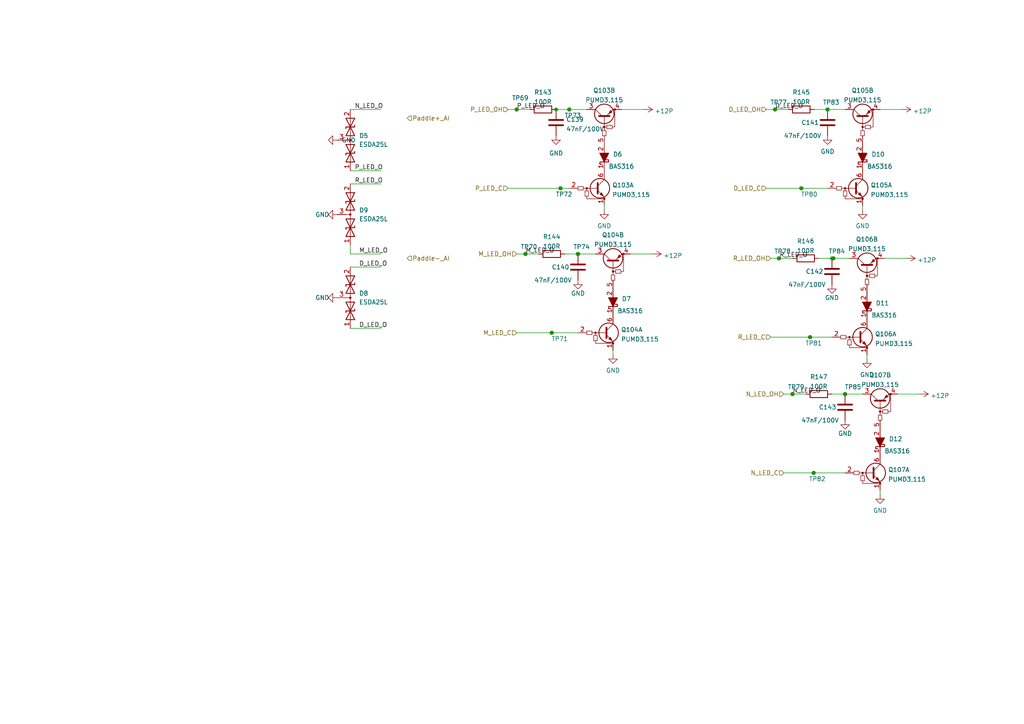
<source format=kicad_sch>
(kicad_sch (version 20211123) (generator eeschema)
  (paper "A4")
  (title_block (title "SX7H SHIFER MIAN SCH") (date "2022-07-18") (rev "V03") (company "宁波正朗汽车零部件有限公司") (comment 1 "批准:") (comment 2 "校准：") (comment 3 "设计：Ethan"))
  (lib_symbols
    (symbol "C_6" (pin_numbers hide) (pin_names (offset 0.254))
      (property "Reference" "C" (at 0.635 2.54 0))
      (property "Value" "C_6" (at 0.635 -2.54 0))
      (symbol "C_6_0_1"
        (polyline (pts (xy -2.032 -0.762) (xy 2.032 -0.762)) (stroke (width 0.508)))
        (polyline (pts (xy -2.032 0.762) (xy 2.032 0.762)) (stroke (width 0.508)))
      )
      (symbol "C_6_1_1"
        (pin passive line (at 0 3.81 270) (length 2.794) (name "~") (number "1"))
        (pin passive line (at 0 -3.81 90) (length 2.794) (name "~") (number "2"))
      )
    )
    (symbol "Connector:TestPoint_Small" (pin_numbers hide) (pin_names (offset 0.762) hide)
      (property "Reference" "TP" (at 0 3.81 0))
      (property "Value" "TestPoint_Small" (at 0 2.032 0))
      (symbol "TestPoint_Small_0_1"
        (circle (center 0 0) (radius 0.508))
      )
      (symbol "TestPoint_Small_1_1"
        (pin passive line (at 0 0 90) (length 0) (name "1") (number "1"))
      )
    )
    (symbol "Device:D_Schottky_Filled" (pin_names (offset 1.016) hide)
      (property "Reference" "D" (at 0 2.54 0))
      (property "Value" "D_Schottky_Filled" (at 0 -2.54 0))
      (symbol "D_Schottky_Filled_0_1"
        (polyline (pts (xy 1.27 0) (xy -1.27 0)))
        (polyline (pts (xy 1.27 1.27) (xy 1.27 -1.27) (xy -1.27 0) (xy 1.27 1.27)) (stroke (width 0.254)) (fill (type outline)))
        (polyline (pts (xy -1.905 0.635) (xy -1.905 1.27) (xy -1.27 1.27) (xy -1.27 -1.27) (xy -0.635 -1.27) (xy -0.635 -0.635)) (stroke (width 0.254)))
      )
      (symbol "D_Schottky_Filled_1_1"
        (pin passive line (at -3.81 0 0) (length 2.54) (name "K") (number "1"))
        (pin passive line (at 3.81 0 180) (length 2.54) (name "A") (number "2"))
      )
    )
    (symbol "Device:D_TVS_Dual_AAC" (pin_names (offset 1.016) hide)
      (property "Reference" "D" (at 0 4.445 0))
      (property "Value" "D_TVS_Dual_AAC" (at 0 2.54 0))
      (symbol "D_TVS_Dual_AAC_0_0"
        (polyline (pts (xy 0 -1.27) (xy 0 0)))
      )
      (symbol "D_TVS_Dual_AAC_0_1"
        (polyline (pts (xy -6.35 0) (xy 6.35 0)))
        (polyline (pts (xy -3.302 1.27) (xy -3.81 1.27) (xy -3.81 -1.27) (xy -4.318 -1.27)) (stroke (width 0.254)))
        (polyline (pts (xy 4.318 1.27) (xy 3.81 1.27) (xy 3.81 -1.27) (xy 3.302 -1.27)) (stroke (width 0.254)))
        (polyline (pts (xy -6.35 1.27) (xy -1.27 -1.27) (xy -1.27 1.27) (xy -6.35 -1.27) (xy -6.35 1.27)) (stroke (width 0.254)))
        (polyline (pts (xy 6.35 1.27) (xy 1.27 -1.27) (xy 1.27 1.27) (xy 6.35 -1.27) (xy 6.35 1.27)) (stroke (width 0.254)))
        (circle (center 0 0) (radius 0.254) (fill (type outline)))
      )
      (symbol "D_TVS_Dual_AAC_1_1"
        (pin passive line (at -8.89 0 0) (length 2.54) (name "A1") (number "1"))
        (pin passive line (at 8.89 0 180) (length 2.54) (name "A2") (number "2"))
        (pin input line (at 0 -3.81 90) (length 2.54) (name "common") (number "3"))
      )
    )
    (symbol "Device:Q_Dual_NPN_PNP_BRT_E1B1C2E2B2C1" (pin_names hide)
      (property "Reference" "Q" (at 3.81 1.27 0))
      (property "Value" "Q_Dual_NPN_PNP_BRT_E1B1C2E2B2C1" (at 3.81 -1.27 0))
      (symbol "Q_Dual_NPN_PNP_BRT_E1B1C2E2B2C1_0_1"
        (rectangle (start -6.35 0.508) (end -4.826 -0.508))
        (rectangle (start -4.318 -2.286) (end -3.302 -0.762))
        (circle (center -3.81 0) (radius 0.254) (fill (type outline)))
        (polyline (pts (xy -3.81 -0.762) (xy -3.81 0)))
        (polyline (pts (xy -0.762 0) (xy -4.826 0)))
        (polyline (pts (xy -0.635 1.524) (xy -0.635 -1.524)) (stroke (width 0.508)))
        (polyline (pts (xy -3.81 -2.286) (xy -3.81 -3.048) (xy 1.27 -3.048)))
        (circle (center 1.27 -3.048) (radius 0.254) (fill (type outline)))
      )
      (symbol "Q_Dual_NPN_PNP_BRT_E1B1C2E2B2C1_1_1"
        (polyline (pts (xy -0.635 0.635) (xy 1.27 2.54)))
        (polyline (pts (xy -0.635 -0.635) (xy 1.27 -2.54) (xy 1.27 -2.54)))
        (polyline (pts (xy 0 -1.778) (xy 0.508 -1.27) (xy 1.016 -2.286) (xy 0 -1.778) (xy 0 -1.778)) (fill (type outline)))
        (circle (center 0 0) (radius 2.8194) (stroke (width 0.254)))
        (pin passive line (at 1.27 -5.08 90) (length 2.54) (name "E1") (number "1"))
        (pin input line (at -8.89 0 0) (length 2.54) (name "B1") (number "2"))
        (pin passive line (at 1.27 5.08 270) (length 2.54) (name "C1") (number "6"))
      )
      (symbol "Q_Dual_NPN_PNP_BRT_E1B1C2E2B2C1_2_1"
        (polyline (pts (xy -0.635 0.635) (xy 1.27 2.54)))
        (polyline (pts (xy -0.635 -0.635) (xy 1.27 -2.54) (xy 1.27 -2.54)))
        (polyline (pts (xy 1.016 -1.778) (xy 0.508 -2.286) (xy 0 -1.27) (xy 1.016 -1.778) (xy 1.016 -1.778)) (fill (type outline)))
        (circle (center 0 0) (radius 2.8194) (stroke (width 0.254)))
        (pin passive line (at 1.27 5.08 270) (length 2.54) (name "C1") (number "3"))
        (pin passive line (at 1.27 -5.08 90) (length 2.54) (name "E1") (number "4"))
        (pin input line (at -8.89 0 0) (length 2.54) (name "B1") (number "5"))
      )
    )
    (symbol "Device:R" (pin_numbers hide) (pin_names (offset 0))
      (property "Reference" "R" (at 2.032 0 90))
      (property "Value" "R" (at 0 0 90))
      (symbol "R_0_1"
        (rectangle (start -1.016 -2.54) (end 1.016 2.54) (stroke (width 0.254)))
      )
      (symbol "R_1_1"
        (pin passive line (at 0 3.81 270) (length 1.27) (name "~") (number "1"))
        (pin passive line (at 0 -3.81 90) (length 1.27) (name "~") (number "2"))
      )
    )
    (symbol "power:+12P" (power) (pin_names (offset 0))
      (property "Value" "+12P" (at 0 3.556 0))
      (symbol "+12P_0_1"
        (polyline (pts (xy -0.762 1.27) (xy 0 2.54)))
        (polyline (pts (xy 0 0) (xy 0 2.54)))
        (polyline (pts (xy 0 2.54) (xy 0.762 1.27)))
      )
      (symbol "+12P_1_1"
        (pin power_in line (at 0 0 90) (length 0) hide (name "+12P") (number "1"))
      )
    )
    (symbol "power:GND" (power) (pin_names (offset 0))
      (property "Value" "GND" (at 0 -3.81 0))
      (symbol "GND_0_1"
        (polyline (pts (xy 0 0) (xy 0 -1.27) (xy 1.27 -1.27) (xy 0 -2.54) (xy -1.27 -1.27) (xy 0 -1.27)))
      )
      (symbol "GND_1_1"
        (pin power_in line (at 0 0 270) (length 0) hide (name "GND") (number "1"))
      )
    )
  )
  (junction (at 232.41 54.61))
  (junction (at 241.6842 74.93))
  (junction (at 225.9339 74.93))
  (junction (at 162.56 54.61))
  (junction (at 240.03 31.75))
  (junction (at 241.3 74.93))
  (junction (at 224.79 31.75))
  (junction (at 167.64 73.66))
  (junction (at 229.87 114.3))
  (junction (at 152.4 73.66))
  (junction (at 245.11 114.3))
  (junction (at 160.02 96.52))
  (junction (at 149.86 31.75))
  (junction (at 165.1 31.75))
  (junction (at 234.95 97.79))
  (junction (at 236.0066 137.16))
  (junction (at 161.29 31.75))
  (wire (pts (xy 101.6 71.12) (xy 101.6 73.66)))
  (wire (pts (xy 255.27 142.24) (xy 255.27 143.51)))
  (wire (pts (xy 163.83 73.66) (xy 167.64 73.66)))
  (wire (pts (xy 256.54 74.93) (xy 262.89 74.93)))
  (wire (pts (xy 236.22 31.75) (xy 240.03 31.75)))
  (wire (pts (xy 240.03 31.75) (xy 245.11 31.75)))
  (wire (pts (xy 229.87 114.3) (xy 233.68 114.3)))
  (wire (pts (xy 182.88 73.66) (xy 189.23 73.66)))
  (wire (pts (xy 101.6 49.53) (xy 110.49 49.53)))
  (wire (pts (xy 241.3 74.93) (xy 241.6842 74.93)))
  (wire (pts (xy 260.35 114.3) (xy 266.7 114.3)))
  (wire (pts (xy 101.6 31.75) (xy 110.49 31.75)))
  (wire (pts (xy 149.86 31.75) (xy 153.67 31.75)))
  (wire (pts (xy 241.3 114.3) (xy 245.11 114.3)))
  (wire (pts (xy 245.11 114.3) (xy 250.19 114.3)))
  (wire (pts (xy 175.26 59.69) (xy 175.26 60.96)))
  (wire (pts (xy 161.29 31.75) (xy 165.1 31.75)))
  (wire (pts (xy 165.1 31.75) (xy 170.18 31.75)))
  (wire (pts (xy 223.52 97.79) (xy 234.95 97.79)))
  (wire (pts (xy 234.95 97.79) (xy 241.3 97.79)))
  (wire (pts (xy 241.6842 74.93) (xy 246.38 74.93)))
  (wire (pts (xy 147.32 31.75) (xy 149.86 31.75)))
  (wire (pts (xy 149.86 96.52) (xy 160.02 96.52)))
  (wire (pts (xy 160.02 96.52) (xy 167.64 96.52)))
  (wire (pts (xy 101.6 53.34) (xy 110.49 53.34)))
  (wire (pts (xy 227.33 137.16) (xy 236.0066 137.16)))
  (wire (pts (xy 236.0066 137.16) (xy 245.11 137.16)))
  (wire (pts (xy 223.52 74.93) (xy 225.9339 74.93)))
  (wire (pts (xy 177.8 101.6) (xy 177.8 102.87)))
  (wire (pts (xy 101.6 73.66) (xy 110.49 73.66)))
  (wire (pts (xy 250.19 59.69) (xy 250.19 60.96)))
  (wire (pts (xy 251.46 102.87) (xy 251.46 104.14)))
  (wire (pts (xy 101.6 95.25) (xy 110.49 95.25)))
  (wire (pts (xy 237.49 74.93) (xy 241.3 74.93)))
  (wire (pts (xy 255.27 31.75) (xy 261.62 31.75)))
  (wire (pts (xy 224.79 31.75) (xy 228.6 31.75)))
  (wire (pts (xy 225.9339 74.93) (xy 229.87 74.93)))
  (wire (pts (xy 167.64 73.66) (xy 172.72 73.66)))
  (wire (pts (xy 222.25 31.75) (xy 224.79 31.75)))
  (wire (pts (xy 147.32 54.61) (xy 162.56 54.61)))
  (wire (pts (xy 162.56 54.61) (xy 165.1 54.61)))
  (wire (pts (xy 149.86 73.66) (xy 152.4 73.66)))
  (wire (pts (xy 152.4 73.66) (xy 156.21 73.66)))
  (wire (pts (xy 222.25 54.61) (xy 232.41 54.61)))
  (wire (pts (xy 232.41 54.61) (xy 240.03 54.61)))
  (wire (pts (xy 227.33 114.3) (xy 229.87 114.3)))
  (wire (pts (xy 180.34 31.75) (xy 186.69 31.75)))
  (wire (pts (xy 101.6 77.47) (xy 110.49 77.47)))
  (label "N_LED_O" (at 102.87 31.75 0))
  (label "N_LED_O" (at 229.87 114.3 0))
  (label "D_LED_O" (at 224.79 31.75 0))
  (label "R_LED_O" (at 102.87 53.34 0))
  (label "M_LED_O" (at 152.4 73.66 0))
  (label "D_LED_O" (at 104.14 77.47 0))
  (label "D_LED_O" (at 104.14 95.25 0))
  (label "P_LED_O" (at 149.86 31.75 0))
  (label "M_LED_O" (at 104.14 73.66 0))
  (label "P_LED_O" (at 102.87 49.53 0))
  (label "R_LED_O" (at 226.06 74.93 0))
  (hierarchical_label "N_LED_OH" (shape input) (at 227.33 114.3 180))
  (hierarchical_label "P_LED_C" (shape input) (at 147.32 54.61 180))
  (hierarchical_label "M_LED_C" (shape input) (at 149.86 96.52 180))
  (hierarchical_label "Paddle-_AI" (shape input) (at 118.11 74.93 0))
  (hierarchical_label "M_LED_OH" (shape input) (at 149.86 73.66 180))
  (hierarchical_label "Paddle+_AI" (shape input) (at 118.11 34.29 0))
  (hierarchical_label "D_LED_C" (shape input) (at 222.25 54.61 180))
  (hierarchical_label "R_LED_OH" (shape input) (at 223.52 74.93 180))
  (hierarchical_label "N_LED_C" (shape input) (at 227.33 137.16 180))
  (hierarchical_label "R_LED_C" (shape input) (at 223.52 97.79 180))
  (hierarchical_label "D_LED_OH" (shape input) (at 222.25 31.75 180))
  (hierarchical_label "P_LED_OH" (shape input) (at 147.32 31.75 180))
  (symbol (lib_id "Device:Q_Dual_NPN_PNP_BRT_E1B1C2E2B2C1") (at 176.53 96.52 0) (unit 1)
    (property "Reference" "Q104" (at 180.1113 95.6115 0) (effects (justify left)))
    (property "Value" "PUMD3,115" (at 180.1113 98.3866 0) (effects (justify left)))
    (property "Footprint" "Package_TO_SOT_SMD:SOT-363_SC-70-6" (effects hide))
    (property "Description" "TRANS PREBIAS NPN/PNP 6TSSOP" (effects hide))
    (property "Manufacturer" "Nexperia USA Inc." (effects hide))
    (property "Manufacturer Product Number" "PUMD3,115" (effects hide))
    (property "Descriptions" "TRANS PREBIAS NPN/PNP 6TSSOP" (effects hide))
  )
  (symbol (lib_id "Device:Q_Dual_NPN_PNP_BRT_E1B1C2E2B2C1") (at 255.27 115.57 90) (unit 2)
    (property "Reference" "Q107" (at 255.27 108.784 90))
    (property "Value" "PUMD3,115" (at 255.27 111.5591 90))
    (property "Footprint" "Package_TO_SOT_SMD:SOT-363_SC-70-6" (effects hide))
    (property "Description" "TRANS PREBIAS NPN/PNP 6TSSOP" (effects hide))
    (property "Manufacturer" "Nexperia USA Inc." (effects hide))
    (property "Manufacturer Product Number" "PUMD3,115" (effects hide))
    (property "Descriptions" "TRANS PREBIAS NPN/PNP 6TSSOP" (effects hide))
  )
  (symbol (lib_id "Connector:TestPoint_Small") (at 229.87 114.3 180) (unit 1)
    (property "Reference" "TP79" (at 228.473 112.239 0) (effects (justify right)))
    (property "Value" "TestPoint_Small" (effects hide))
    (property "Footprint" "TestPoint:TestPoint_Pad_D1.0mm" (effects hide))
  )
  (symbol (lib_id "power:+12P") (at 266.7 114.3 270) (unit 1)
    (property "Reference" "#PWR0175" (effects hide))
    (property "Value" "+12P" (at 269.8749 114.779 90) (effects (justify left)))
  )
  (symbol (lib_id "Device:R") (at 157.48 31.75 90) (unit 1)
    (property "Reference" "R143" (at 157.48 26.7675 90))
    (property "Value" "100R" (at 157.48 29.5426 90))
    (property "Footprint" "Resistor_SMD:R_1206_3216Metric" (effects hide))
    (property "Manufacturer" "RESI(开步睿思)" (effects hide))
    (property "Description" "RES 100R 1% 1/4W 1206" (effects hide))
    (property "Manufacturer Product Number" "AECR1206F100RK9" (effects hide))
    (property "Descriptions" "RES 100R 1% 1/4W 1206" (effects hide))
  )
  (symbol (lib_id "Connector:TestPoint_Small") (at 236.0066 137.16 180) (unit 1)
    (property "Reference" "TP82" (at 234.6096 138.909 0) (effects (justify right)))
    (property "Value" "TestPoint_Small" (effects hide))
    (property "Footprint" "TestPoint:TestPoint_Pad_D1.0mm" (effects hide))
  )
  (symbol (lib_id "power:GND") (at 245.11 121.92 0) (unit 1)
    (property "Reference" "#PWR0169" (effects hide))
    (property "Value" "GND" (at 245.11 125.73 0))
  )
  (symbol (lib_id "power:GND") (at 251.46 104.14 0) (unit 1)
    (property "Reference" "#PWR0171" (effects hide))
    (property "Value" "GND" (at 251.46 108.7024 0))
  )
  (symbol (lib_id "Device:Q_Dual_NPN_PNP_BRT_E1B1C2E2B2C1") (at 173.99 54.61 0) (unit 1)
    (property "Reference" "Q103" (at 177.5713 53.7015 0) (effects (justify left)))
    (property "Value" "PUMD3,115" (at 177.5713 56.4766 0) (effects (justify left)))
    (property "Footprint" "Package_TO_SOT_SMD:SOT-363_SC-70-6" (effects hide))
    (property "Description" "TRANS PREBIAS NPN/PNP 6TSSOP" (effects hide))
    (property "Manufacturer" "Nexperia USA Inc." (effects hide))
    (property "Manufacturer Product Number" "PUMD3,115" (effects hide))
    (property "Descriptions" "TRANS PREBIAS NPN/PNP 6TSSOP" (effects hide))
  )
  (symbol (lib_id "Connector:TestPoint_Small") (at 225.9339 74.93 180) (unit 1)
    (property "Reference" "TP78" (at 224.5369 72.869 0) (effects (justify right)))
    (property "Value" "TestPoint_Small" (effects hide))
    (property "Footprint" "TestPoint:TestPoint_Pad_D1.0mm" (effects hide))
  )
  (symbol (lib_id "Device:Q_Dual_NPN_PNP_BRT_E1B1C2E2B2C1") (at 251.46 76.2 90) (unit 2)
    (property "Reference" "Q106" (at 251.46 69.414 90))
    (property "Value" "PUMD3,115" (at 251.46 72.1891 90))
    (property "Footprint" "Package_TO_SOT_SMD:SOT-363_SC-70-6" (effects hide))
    (property "Description" "TRANS PREBIAS NPN/PNP 6TSSOP" (effects hide))
    (property "Manufacturer" "Nexperia USA Inc." (effects hide))
    (property "Manufacturer Product Number" "PUMD3,115" (effects hide))
    (property "Descriptions" "TRANS PREBIAS NPN/PNP 6TSSOP" (effects hide))
  )
  (symbol (lib_id "power:GND") (at 97.79 40.64 270) (unit 1)
    (property "Reference" "#PWR06" (effects hide))
    (property "Value" "GND" (at 99.06 40.6399 90) (effects (justify left)))
  )
  (symbol (lib_name "C_6") (lib_id "Device:C") (at 245.11 118.11 0) (unit 1)
    (property "Reference" "C143" (at 237.49 118.11 0) (effects (justify left)))
    (property "Value" "47nF{slash}100V" (at 232.41 121.92 0) (effects (justify left)))
    (property "Footprint" "Capacitor_SMD:C_0603_1608Metric" (effects hide))
    (property "Manufacturer Product Number" "AC0603KRX7R0BB473" (effects hide))
    (property "Manufacturer" "YAGEO" (effects hide))
    (property "Description" "CAP CER 47nF 100V X7R 0603" (effects hide))
    (property "Descriptions" "CAP CER 47nF 100V X7R 0603" (effects hide))
  )
  (symbol (lib_id "power:GND") (at 167.64 81.28 0) (unit 1)
    (property "Reference" "#PWR0162" (effects hide))
    (property "Value" "GND" (at 167.64 85.09 0))
  )
  (symbol (lib_id "Device:Q_Dual_NPN_PNP_BRT_E1B1C2E2B2C1") (at 254 137.16 0) (unit 1)
    (property "Reference" "Q107" (at 257.5813 136.2515 0) (effects (justify left)))
    (property "Value" "PUMD3,115" (at 257.5813 139.0266 0) (effects (justify left)))
    (property "Footprint" "Package_TO_SOT_SMD:SOT-363_SC-70-6" (effects hide))
    (property "Description" "TRANS PREBIAS NPN/PNP 6TSSOP" (effects hide))
    (property "Manufacturer" "Nexperia USA Inc." (effects hide))
    (property "Manufacturer Product Number" "PUMD3,115" (effects hide))
    (property "Descriptions" "TRANS PREBIAS NPN/PNP 6TSSOP" (effects hide))
  )
  (symbol (lib_id "Device:D_Schottky_Filled") (at 177.8 87.63 90) (unit 1)
    (property "Reference" "D7" (at 180.34 86.6774 90) (effects (justify right)))
    (property "Value" "BAS316" (at 179.07 90.17 90) (effects (justify right)))
    (property "Footprint" "Diode_SMD:D_SOD-323" (effects hide))
    (property "Descriptions" "DIODE 100V 200mA 6ns SOD323" (effects hide))
    (property "Manufacturer" "Nexperia(安世)" (effects hide))
    (property "Manufacturer Product Number" "BAS316,115" (effects hide))
  )
  (symbol (lib_id "Connector:TestPoint_Small") (at 234.95 97.79 180) (unit 1)
    (property "Reference" "TP81" (at 233.553 99.539 0) (effects (justify right)))
    (property "Value" "TestPoint_Small" (effects hide))
    (property "Footprint" "TestPoint:TestPoint_Pad_D1.0mm" (effects hide))
  )
  (symbol (lib_id "Connector:TestPoint_Small") (at 160.02 96.52 180) (unit 1)
    (property "Reference" "TP71" (at 159.893 98.269 0) (effects (justify right)))
    (property "Value" "TestPoint_Small" (effects hide))
    (property "Footprint" "TestPoint:TestPoint_Pad_D1.0mm" (effects hide))
  )
  (symbol (lib_id "Device:D_Schottky_Filled") (at 250.19 45.72 90) (unit 1)
    (property "Reference" "D10" (at 252.73 44.7674 90) (effects (justify right)))
    (property "Value" "BAS316" (at 251.46 48.26 90) (effects (justify right)))
    (property "Footprint" "Diode_SMD:D_SOD-323" (effects hide))
    (property "Descriptions" "DIODE 100V 200mA 6ns SOD323" (effects hide))
    (property "Manufacturer" "Nexperia(安世)" (effects hide))
    (property "Manufacturer Product Number" "BAS316,115" (effects hide))
  )
  (symbol (lib_id "Connector:TestPoint_Small") (at 240.03 31.75 180) (unit 1)
    (property "Reference" "TP83" (at 238.633 29.689 0) (effects (justify right)))
    (property "Value" "TestPoint_Small" (effects hide))
    (property "Footprint" "TestPoint:TestPoint_Pad_D1.0mm" (effects hide))
  )
  (symbol (lib_id "Device:D_TVS_Dual_AAC") (at 101.6 86.36 270) (mirror x) (unit 1)
    (property "Reference" "D8" (at 104.14 85.0899 90) (effects (justify left)))
    (property "Value" "ESDA25L" (at 104.14 87.6299 90) (effects (justify left)))
    (property "Footprint" "Package_TO_SOT_SMD:SOT-23" (effects hide))
    (property "Descriptions" "TVS DIODE 24VWM SOT23-3" (effects hide))
    (property "Manufacturer" "BORN(伯恩半导体)" (effects hide))
    (property "Manufacturer Product Number" " ESDA25L" (effects hide))
  )
  (symbol (lib_id "power:+12P") (at 261.62 31.75 270) (unit 1)
    (property "Reference" "#PWR0173" (effects hide))
    (property "Value" "+12P" (at 264.7949 32.229 90) (effects (justify left)))
  )
  (symbol (lib_id "Device:R") (at 237.49 114.3 90) (unit 1)
    (property "Reference" "R147" (at 237.49 109.3175 90))
    (property "Value" "100R" (at 237.49 112.0926 90))
    (property "Footprint" "Resistor_SMD:R_1206_3216Metric" (effects hide))
    (property "Manufacturer" "RESI(开步睿思)" (effects hide))
    (property "Description" "RES 100R 1% 1/4W 1206" (effects hide))
    (property "Manufacturer Product Number" "AECR1206F100RK9" (effects hide))
    (property "Descriptions" "RES 100R 1% 1/4W 1206" (effects hide))
  )
  (symbol (lib_id "power:GND") (at 161.29 39.37 0) (unit 1)
    (property "Reference" "#PWR0161" (effects hide))
    (property "Value" "GND" (at 161.29 44.45 0))
  )
  (symbol (lib_id "Connector:TestPoint_Small") (at 167.64 73.66 180) (unit 1)
    (property "Reference" "TP74" (at 166.243 71.599 0) (effects (justify right)))
    (property "Value" "TestPoint_Small" (effects hide))
    (property "Footprint" "TestPoint:TestPoint_Pad_D1.0mm" (effects hide))
  )
  (symbol (lib_id "Device:D_Schottky_Filled") (at 255.27 128.27 90) (unit 1)
    (property "Reference" "D12" (at 257.81 127.3174 90) (effects (justify right)))
    (property "Value" "BAS316" (at 256.54 130.81 90) (effects (justify right)))
    (property "Footprint" "Diode_SMD:D_SOD-323" (effects hide))
    (property "Descriptions" "DIODE 100V 200mA 6ns SOD323" (effects hide))
    (property "Manufacturer" "Nexperia(安世)" (effects hide))
    (property "Manufacturer Product Number" "BAS316,115" (effects hide))
  )
  (symbol (lib_id "Device:D_TVS_Dual_AAC") (at 101.6 62.23 270) (mirror x) (unit 1)
    (property "Reference" "D9" (at 104.14 60.9599 90) (effects (justify left)))
    (property "Value" "ESDA25L" (at 104.14 63.4999 90) (effects (justify left)))
    (property "Footprint" "Package_TO_SOT_SMD:SOT-23" (effects hide))
    (property "Descriptions" "TVS DIODE 24VWM SOT23-3" (effects hide))
    (property "Manufacturer" "BORN(伯恩半导体)" (effects hide))
    (property "Manufacturer Product Number" " ESDA25L" (effects hide))
  )
  (symbol (lib_id "Device:D_Schottky_Filled") (at 251.46 88.9 90) (unit 1)
    (property "Reference" "D11" (at 254 87.9474 90) (effects (justify right)))
    (property "Value" "BAS316" (at 252.73 91.44 90) (effects (justify right)))
    (property "Footprint" "Diode_SMD:D_SOD-323" (effects hide))
    (property "Descriptions" "DIODE 100V 200mA 6ns SOD323" (effects hide))
    (property "Manufacturer" "Nexperia(安世)" (effects hide))
    (property "Manufacturer Product Number" "BAS316,115" (effects hide))
  )
  (symbol (lib_id "power:GND") (at 255.27 143.51 0) (unit 1)
    (property "Reference" "#PWR0172" (effects hide))
    (property "Value" "GND" (at 255.27 148.0724 0))
  )
  (symbol (lib_id "power:GND") (at 250.19 60.96 0) (unit 1)
    (property "Reference" "#PWR0170" (effects hide))
    (property "Value" "GND" (at 250.19 65.5224 0))
  )
  (symbol (lib_id "Device:R") (at 233.68 74.93 90) (unit 1)
    (property "Reference" "R146" (at 233.68 69.9475 90))
    (property "Value" "100R" (at 233.68 72.7226 90))
    (property "Footprint" "Resistor_SMD:R_1206_3216Metric" (effects hide))
    (property "Manufacturer" "RESI(开步睿思)" (effects hide))
    (property "Description" "RES 100R 1% 1/4W 1206" (effects hide))
    (property "Manufacturer Product Number" "AECR1206F100RK9" (effects hide))
    (property "Descriptions" "RES 100R 1% 1/4W 1206" (effects hide))
  )
  (symbol (lib_id "power:GND") (at 241.3 82.55 0) (unit 1)
    (property "Reference" "#PWR0168" (effects hide))
    (property "Value" "GND" (at 241.3 86.36 0))
  )
  (symbol (lib_id "power:GND") (at 240.03 39.37 0) (unit 1)
    (property "Reference" "#PWR0167" (effects hide))
    (property "Value" "GND" (at 240.03 43.9324 0))
  )
  (symbol (lib_id "Device:R") (at 160.02 73.66 90) (unit 1)
    (property "Reference" "R144" (at 160.02 68.6775 90))
    (property "Value" "100R" (at 160.02 71.4526 90))
    (property "Footprint" "Resistor_SMD:R_1206_3216Metric" (effects hide))
    (property "Manufacturer" "RESI(开步睿思)" (effects hide))
    (property "Description" "RES 100R 1% 1/4W 1206" (effects hide))
    (property "Manufacturer Product Number" "AECR1206F100RK9" (effects hide))
    (property "Descriptions" "RES 100R 1% 1/4W 1206" (effects hide))
  )
  (symbol (lib_id "Connector:TestPoint_Small") (at 232.41 54.61 180) (unit 1)
    (property "Reference" "TP80" (at 232.283 56.359 0) (effects (justify right)))
    (property "Value" "TestPoint_Small" (effects hide))
    (property "Footprint" "TestPoint:TestPoint_Pad_D1.0mm" (effects hide))
  )
  (symbol (lib_id "power:GND") (at 175.26 60.96 0) (unit 1)
    (property "Reference" "#PWR0163" (effects hide))
    (property "Value" "GND" (at 175.26 65.5224 0))
  )
  (symbol (lib_id "Device:D_TVS_Dual_AAC") (at 101.6 40.64 270) (mirror x) (unit 1)
    (property "Reference" "D5" (at 104.14 39.3699 90) (effects (justify left)))
    (property "Value" "ESDA25L" (at 104.14 41.9099 90) (effects (justify left)))
    (property "Footprint" "Package_TO_SOT_SMD:SOT-23" (effects hide))
    (property "Descriptions" "TVS DIODE 24VWM SOT23-3" (effects hide))
    (property "Manufacturer" "BORN(伯恩半导体)" (effects hide))
    (property "Manufacturer Product Number" " ESDA25L" (effects hide))
  )
  (symbol (lib_id "Device:R") (at 232.41 31.75 90) (unit 1)
    (property "Reference" "R145" (at 232.41 26.7675 90))
    (property "Value" "100R" (at 232.41 29.5426 90))
    (property "Footprint" "Resistor_SMD:R_1206_3216Metric" (effects hide))
    (property "Manufacturer" "RESI(开步睿思)" (effects hide))
    (property "Description" "RES 100R 1% 1/4W 1206" (effects hide))
    (property "Manufacturer Product Number" "AECR1206F100RK9" (effects hide))
    (property "Descriptions" "RES 100R 1% 1/4W 1206" (effects hide))
  )
  (symbol (lib_id "Connector:TestPoint_Small") (at 162.56 54.61 180) (unit 1)
    (property "Reference" "TP72" (at 161.163 56.359 0) (effects (justify right)))
    (property "Value" "TestPoint_Small" (effects hide))
    (property "Footprint" "TestPoint:TestPoint_Pad_D1.0mm" (effects hide))
  )
  (symbol (lib_id "Device:Q_Dual_NPN_PNP_BRT_E1B1C2E2B2C1") (at 250.19 97.79 0) (unit 1)
    (property "Reference" "Q106" (at 253.7713 96.8815 0) (effects (justify left)))
    (property "Value" "PUMD3,115" (at 253.7713 99.6566 0) (effects (justify left)))
    (property "Footprint" "Package_TO_SOT_SMD:SOT-363_SC-70-6" (effects hide))
    (property "Description" "TRANS PREBIAS NPN/PNP 6TSSOP" (effects hide))
    (property "Manufacturer" "Nexperia USA Inc." (effects hide))
    (property "Manufacturer Product Number" "PUMD3,115" (effects hide))
    (property "Descriptions" "TRANS PREBIAS NPN/PNP 6TSSOP" (effects hide))
  )
  (symbol (lib_id "Connector:TestPoint_Small") (at 224.79 31.75 180) (unit 1)
    (property "Reference" "TP77" (at 223.393 29.689 0) (effects (justify right)))
    (property "Value" "TestPoint_Small" (effects hide))
    (property "Footprint" "TestPoint:TestPoint_Pad_D1.0mm" (effects hide))
  )
  (symbol (lib_id "Connector:TestPoint_Small") (at 165.1 31.75 180) (unit 1)
    (property "Reference" "TP73" (at 163.703 33.499 0) (effects (justify right)))
    (property "Value" "TestPoint_Small" (effects hide))
    (property "Footprint" "TestPoint:TestPoint_Pad_D1.0mm" (effects hide))
  )
  (symbol (lib_name "C_6") (lib_id "Device:C") (at 240.03 35.56 0) (unit 1)
    (property "Reference" "C141" (at 232.41 35.56 0) (effects (justify left)))
    (property "Value" "47nF{slash}100V" (at 227.33 39.37 0) (effects (justify left)))
    (property "Footprint" "Capacitor_SMD:C_0603_1608Metric" (effects hide))
    (property "Manufacturer Product Number" "AC0603KRX7R0BB473" (effects hide))
    (property "Manufacturer" "YAGEO" (effects hide))
    (property "Description" "CAP CER 47nF 100V X7R 0603" (effects hide))
    (property "Descriptions" "CAP CER 47nF 100V X7R 0603" (effects hide))
  )
  (symbol (lib_id "Device:Q_Dual_NPN_PNP_BRT_E1B1C2E2B2C1") (at 250.19 33.02 90) (unit 2)
    (property "Reference" "Q105" (at 250.19 26.234 90))
    (property "Value" "PUMD3,115" (at 250.19 29.0091 90))
    (property "Footprint" "Package_TO_SOT_SMD:SOT-363_SC-70-6" (effects hide))
    (property "Description" "TRANS PREBIAS NPN/PNP 6TSSOP" (effects hide))
    (property "Manufacturer" "Nexperia USA Inc." (effects hide))
    (property "Manufacturer Product Number" "PUMD3,115" (effects hide))
    (property "Descriptions" "TRANS PREBIAS NPN/PNP 6TSSOP" (effects hide))
  )
  (symbol (lib_id "Device:D_Schottky_Filled") (at 175.26 45.72 90) (unit 1)
    (property "Reference" "D6" (at 177.8 44.7674 90) (effects (justify right)))
    (property "Value" "BAS316" (at 176.53 48.26 90) (effects (justify right)))
    (property "Footprint" "Diode_SMD:D_SOD-323" (effects hide))
    (property "Descriptions" "DIODE 100V 200mA 6ns SOD323" (effects hide))
    (property "Manufacturer" "Nexperia(安世)" (effects hide))
    (property "Manufacturer Product Number" "BAS316,115" (effects hide))
  )
  (symbol (lib_name "C_6") (lib_id "Device:C") (at 161.29 35.56 0) (unit 1)
    (property "Reference" "C139" (at 164.211 34.6515 0) (effects (justify left)))
    (property "Value" "47nF{slash}100V" (at 164.211 37.4266 0) (effects (justify left)))
    (property "Footprint" "Capacitor_SMD:C_0603_1608Metric" (effects hide))
    (property "Manufacturer Product Number" "AC0603KRX7R0BB473" (effects hide))
    (property "Manufacturer" "YAGEO" (effects hide))
    (property "Description" "CAP CER 47nF 100V X7R 0603" (effects hide))
    (property "Descriptions" "CAP CER 47nF 100V X7R 0603" (effects hide))
  )
  (symbol (lib_name "C_6") (lib_id "Device:C") (at 241.3 78.74 0) (unit 1)
    (property "Reference" "C142" (at 233.68 78.74 0) (effects (justify left)))
    (property "Value" "47nF{slash}100V" (at 228.6 82.55 0) (effects (justify left)))
    (property "Footprint" "Capacitor_SMD:C_0603_1608Metric" (effects hide))
    (property "Manufacturer Product Number" "AC0603KRX7R0BB473" (effects hide))
    (property "Manufacturer" "YAGEO" (effects hide))
    (property "Description" "CAP CER 47nF 100V X7R 0603" (effects hide))
    (property "Descriptions" "CAP CER 47nF 100V X7R 0603" (effects hide))
  )
  (symbol (lib_id "Connector:TestPoint_Small") (at 245.11 114.3 180) (unit 1)
    (property "Reference" "TP85" (at 244.983 112.239 0) (effects (justify right)))
    (property "Value" "TestPoint_Small" (effects hide))
    (property "Footprint" "TestPoint:TestPoint_Pad_D1.0mm" (effects hide))
  )
  (symbol (lib_id "Device:Q_Dual_NPN_PNP_BRT_E1B1C2E2B2C1") (at 175.26 33.02 90) (unit 2)
    (property "Reference" "Q103" (at 175.26 26.234 90))
    (property "Value" "PUMD3,115" (at 175.26 29.0091 90))
    (property "Footprint" "Package_TO_SOT_SMD:SOT-363_SC-70-6" (effects hide))
    (property "Description" "TRANS PREBIAS NPN/PNP 6TSSOP" (effects hide))
    (property "Manufacturer" "Nexperia USA Inc." (effects hide))
    (property "Manufacturer Product Number" "PUMD3,115" (effects hide))
    (property "Descriptions" "TRANS PREBIAS NPN/PNP 6TSSOP" (effects hide))
  )
  (symbol (lib_id "power:GND") (at 177.8 102.87 0) (unit 1)
    (property "Reference" "#PWR0164" (effects hide))
    (property "Value" "GND" (at 177.8 107.4324 0))
  )
  (symbol (lib_id "power:GND") (at 97.79 86.36 270) (unit 1)
    (property "Reference" "#PWR07" (effects hide))
    (property "Value" "GND" (at 91.44 86.36 90) (effects (justify left)))
  )
  (symbol (lib_id "power:+12P") (at 262.89 74.93 270) (unit 1)
    (property "Reference" "#PWR0174" (effects hide))
    (property "Value" "+12P" (at 266.0649 75.409 90) (effects (justify left)))
  )
  (symbol (lib_id "Connector:TestPoint_Small") (at 241.6842 74.93 180) (unit 1)
    (property "Reference" "TP84" (at 240.2872 72.869 0) (effects (justify right)))
    (property "Value" "TestPoint_Small" (effects hide))
    (property "Footprint" "TestPoint:TestPoint_Pad_D1.0mm" (effects hide))
  )
  (symbol (lib_id "power:+12P") (at 189.23 73.66 270) (unit 1)
    (property "Reference" "#PWR0166" (effects hide))
    (property "Value" "+12P" (at 192.4049 74.139 90) (effects (justify left)))
  )
  (symbol (lib_id "power:+12P") (at 186.69 31.75 270) (unit 1)
    (property "Reference" "#PWR0165" (effects hide))
    (property "Value" "+12P" (at 189.8649 32.229 90) (effects (justify left)))
  )
  (symbol (lib_id "power:GND") (at 97.79 62.23 270) (unit 1)
    (property "Reference" "#PWR08" (effects hide))
    (property "Value" "GND" (at 91.44 62.23 90) (effects (justify left)))
  )
  (symbol (lib_id "Connector:TestPoint_Small") (at 152.4 73.66 180) (unit 1)
    (property "Reference" "TP70" (at 151.003 71.599 0) (effects (justify right)))
    (property "Value" "TestPoint_Small" (effects hide))
    (property "Footprint" "TestPoint:TestPoint_Pad_D1.0mm" (effects hide))
  )
  (symbol (lib_name "C_6") (lib_id "Device:C") (at 167.64 77.47 0) (unit 1)
    (property "Reference" "C140" (at 160.02 77.47 0) (effects (justify left)))
    (property "Value" "47nF{slash}100V" (at 154.94 81.28 0) (effects (justify left)))
    (property "Footprint" "Capacitor_SMD:C_0603_1608Metric" (effects hide))
    (property "Manufacturer Product Number" "AC0603KRX7R0BB473" (effects hide))
    (property "Manufacturer" "YAGEO" (effects hide))
    (property "Description" "CAP CER 47nF 100V X7R 0603" (effects hide))
    (property "Descriptions" "CAP CER 47nF 100V X7R 0603" (effects hide))
  )
  (symbol (lib_id "Device:Q_Dual_NPN_PNP_BRT_E1B1C2E2B2C1") (at 177.8 74.93 90) (unit 2)
    (property "Reference" "Q104" (at 177.8 68.144 90))
    (property "Value" "PUMD3,115" (at 177.8 70.9191 90))
    (property "Footprint" "Package_TO_SOT_SMD:SOT-363_SC-70-6" (effects hide))
    (property "Description" "TRANS PREBIAS NPN/PNP 6TSSOP" (effects hide))
    (property "Manufacturer" "Nexperia USA Inc." (effects hide))
    (property "Manufacturer Product Number" "PUMD3,115" (effects hide))
    (property "Descriptions" "TRANS PREBIAS NPN/PNP 6TSSOP" (effects hide))
  )
  (symbol (lib_id "Connector:TestPoint_Small") (at 149.86 31.75 180) (unit 1)
    (property "Reference" "TP69" (at 148.463 28.419 0) (effects (justify right)))
    (property "Value" "TestPoint_Small" (effects hide))
    (property "Footprint" "TestPoint:TestPoint_Pad_D1.0mm" (effects hide))
  )
  (symbol (lib_id "Device:Q_Dual_NPN_PNP_BRT_E1B1C2E2B2C1") (at 248.92 54.61 0) (unit 1)
    (property "Reference" "Q105" (at 252.5013 53.7015 0) (effects (justify left)))
    (property "Value" "PUMD3,115" (at 252.5013 56.4766 0) (effects (justify left)))
    (property "Footprint" "Package_TO_SOT_SMD:SOT-363_SC-70-6" (effects hide))
    (property "Description" "TRANS PREBIAS NPN/PNP 6TSSOP" (effects hide))
    (property "Manufacturer" "Nexperia USA Inc." (effects hide))
    (property "Manufacturer Product Number" "PUMD3,115" (effects hide))
    (property "Descriptions" "TRANS PREBIAS NPN/PNP 6TSSOP" (effects hide))
  )
)
</source>
